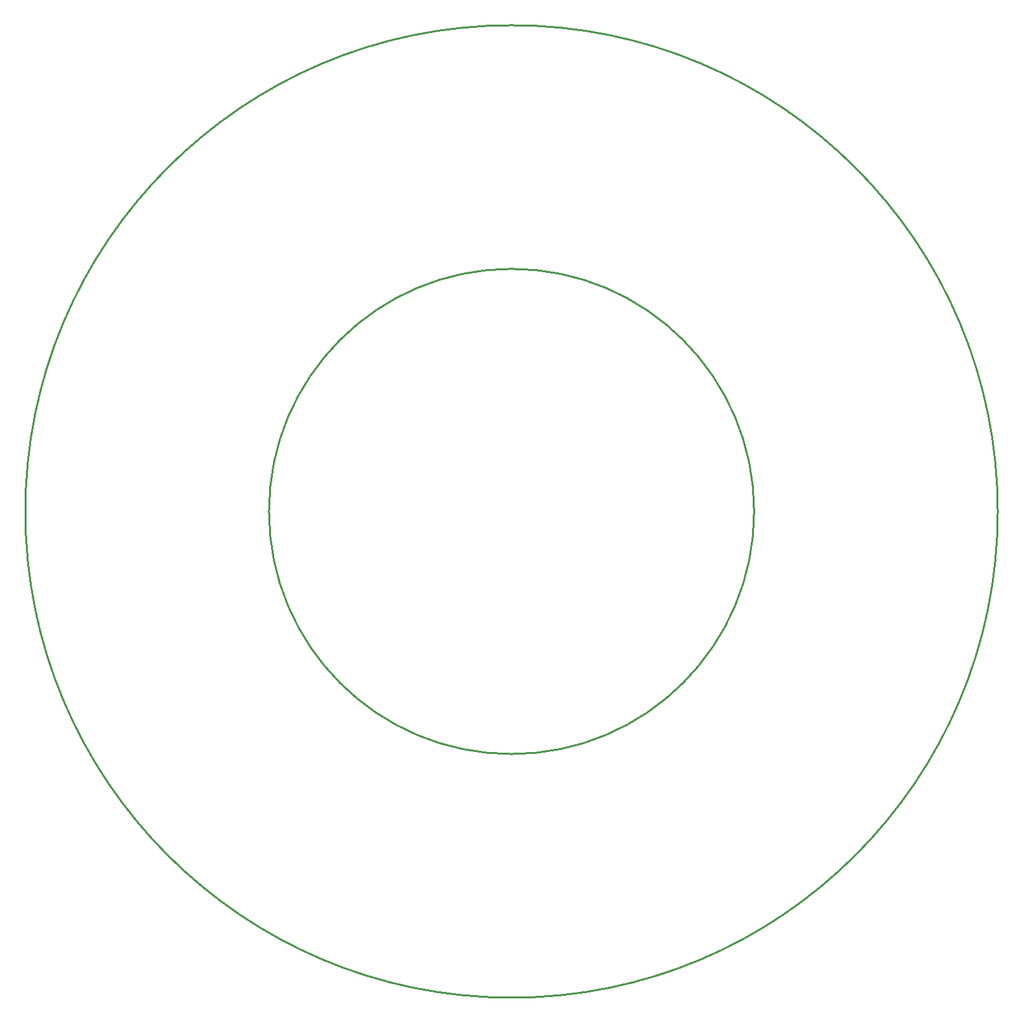
<source format=gko>
G04*
G04 #@! TF.GenerationSoftware,Altium Limited,Altium Designer,20.2.6 (244)*
G04*
G04 Layer_Color=16720538*
%FSLAX25Y25*%
%MOIN*%
G70*
G04*
G04 #@! TF.SameCoordinates,0B2D2C80-7AF4-4F1A-9CF9-E7062EFAC0B4*
G04*
G04*
G04 #@! TF.FilePolarity,Positive*
G04*
G01*
G75*
%ADD11C,0.01000*%
D11*
X124726Y0D02*
G03*
X124726Y0I-124726J0D01*
G01*
X0Y250000D02*
G03*
X-250000Y0I0J-250000D01*
G01*
X250000D02*
G03*
X0Y250000I-250000J0D01*
G01*
Y-250000D02*
G03*
X250000Y0I0J250000D01*
G01*
X-250000D02*
G03*
X0Y-250000I250000J0D01*
G01*
M02*

</source>
